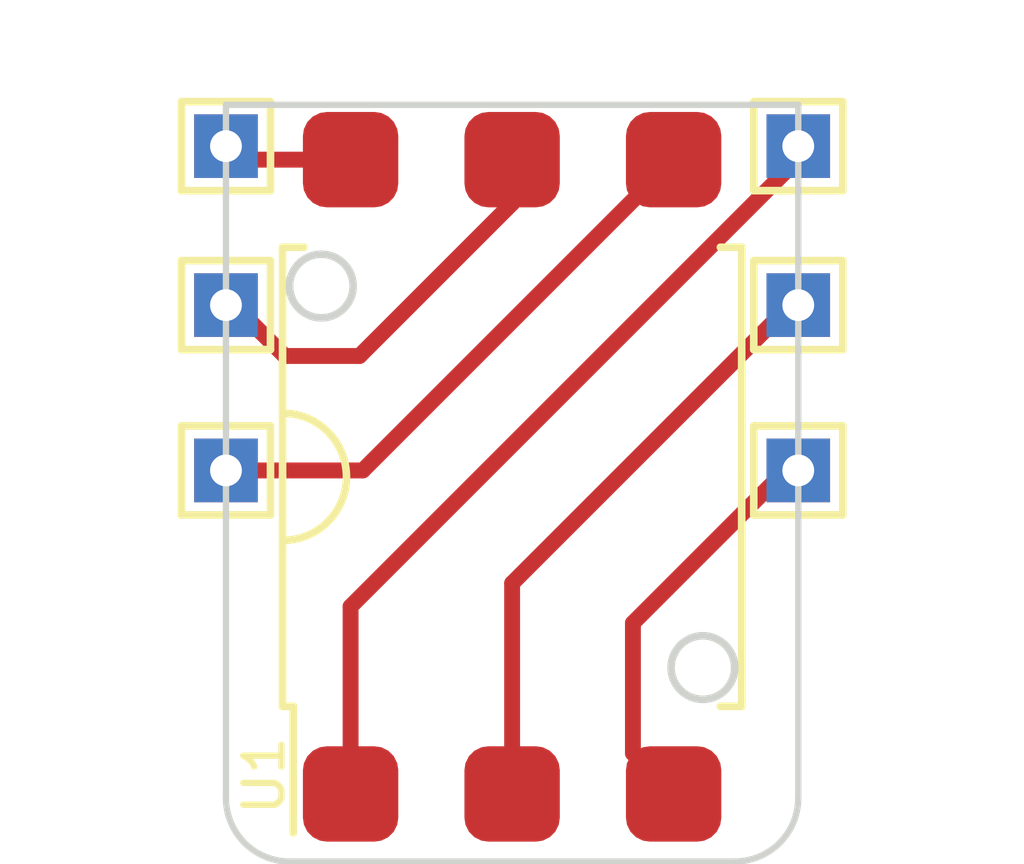
<source format=kicad_pcb>
(kicad_pcb (version 20211014) (generator pcbnew)
  (layers (0 "F.Cu" signal) (31 "B.Cu" signal) (34 "B.Paste" user) (35 "F.Paste" user) (36 "B.SilkS" user "B.Silkscreen") (37 "F.SilkS" user "F.Silkscreen") (38 "B.Mask" user) (39 "F.Mask" user) (44 "Edge.Cuts" user))
  (net 0 "")
  (net 1 "Net-(TP2-Pad1)")
  (net 2 "Net-(TP3-Pad1)")
  (net 3 "Net-(TP1-Pad1)")
  (net 4 "Net-(TP4-Pad1)")
  (net 5 "Net-(TP5-Pad1)")
  (net 6 "Net-(TP6-Pad1)")
  (footprint "TestPoint:TestPoint_THTPad_1.0x1.0mm_Drill0.5mm" (layer "F.Cu") (at 128.5 74.7)
    (fp_text reference "TP3" hide)
    (fp_text value "TestPoint")
    (fp_line (start 0.7 0.7) (end -0.7 0.7) (layer "F.SilkS") (width 0.12))
    (fp_line (start 0.7 -0.7) (end 0.7 0.7) (layer "F.SilkS") (width 0.12))
    (fp_line (start -0.7 -0.7) (end 0.7 -0.7) (layer "F.SilkS") (width 0.12))
    (fp_line (start -0.7 0.7) (end -0.7 -0.7) (layer "F.SilkS") (width 0.12))
    (pad "1" thru_hole rect (at 0 0) (size 1 1) (drill 0.5) (layers *.Cu *.Mask) (net 2 "Net-(TP3-Pad1)"))
  )
  (footprint "TestPoint:TestPoint_THTPad_1.0x1.0mm_Drill0.5mm" (layer "F.Cu") (at 119.5 74.7)
    (fp_text reference "TP5" hide)
    (fp_text value "TestPoint")
    (fp_line (start -0.7 0.7) (end -0.7 -0.7) (layer "F.SilkS") (width 0.12))
    (fp_line (start -0.7 -0.7) (end 0.7 -0.7) (layer "F.SilkS") (width 0.12))
    (fp_line (start 0.7 0.7) (end -0.7 0.7) (layer "F.SilkS") (width 0.12))
    (fp_line (start 0.7 -0.7) (end 0.7 0.7) (layer "F.SilkS") (width 0.12))
    (pad "1" thru_hole rect (at 0 0) (size 1 1) (drill 0.5) (layers *.Cu *.Mask) (net 5 "Net-(TP5-Pad1)"))
  )
  (footprint "TestPoint:TestPoint_THTPad_1.0x1.0mm_Drill0.5mm" (layer "F.Cu") (at 128.5 72.2)
    (fp_text reference "TP1" hide)
    (fp_text value "TestPoint")
    (fp_line (start 0.7 0.7) (end -0.7 0.7) (layer "F.SilkS") (width 0.12))
    (fp_line (start 0.7 -0.7) (end 0.7 0.7) (layer "F.SilkS") (width 0.12))
    (fp_line (start -0.7 0.7) (end -0.7 -0.7) (layer "F.SilkS") (width 0.12))
    (fp_line (start -0.7 -0.7) (end 0.7 -0.7) (layer "F.SilkS") (width 0.12))
    (pad "1" thru_hole rect (at 0 0) (size 1 1) (drill 0.5) (layers *.Cu *.Mask) (net 3 "Net-(TP1-Pad1)"))
  )
  (footprint "TestPoint:TestPoint_THTPad_1.0x1.0mm_Drill0.5mm" (layer "F.Cu") (at 119.5 72.2)
    (fp_text reference "TP4" hide)
    (fp_text value "TestPoint")
    (fp_line (start -0.7 0.7) (end -0.7 -0.7) (layer "F.SilkS") (width 0.12))
    (fp_line (start 0.7 -0.7) (end 0.7 0.7) (layer "F.SilkS") (width 0.12))
    (fp_line (start -0.7 -0.7) (end 0.7 -0.7) (layer "F.SilkS") (width 0.12))
    (fp_line (start 0.7 0.7) (end -0.7 0.7) (layer "F.SilkS") (width 0.12))
    (pad "1" thru_hole rect (at 0 0) (size 1 1) (drill 0.5) (layers *.Cu *.Mask) (net 4 "Net-(TP4-Pad1)"))
  )
  (footprint "index:SO-6_7x7mm_P2.54mm" (layer "F.Cu") (at 124 77.4 90)
    (fp_text reference "U1" (at -4.7 -3.9 90) (layer "F.SilkS") (effects (font (size 0.6 0.6) (thickness 0.1))))
    (fp_text value "XGZP")
    (fp_line (start 0 -3.61) (end -3.61 -3.61) (layer "F.SilkS") (width 0.12))
    (fp_line (start -3.61 -3.61) (end -3.61 -3.4425) (layer "F.SilkS") (width 0.12))
    (fp_line (start 3.61 3.61) (end 3.61 3.275) (layer "F.SilkS") (width 0.12))
    (fp_line (start 3.61 -3.61) (end 3.61 -3.275) (layer "F.SilkS") (width 0.12))
    (fp_line (start -3.61 -3.4425) (end -5.6 -3.4425) (layer "F.SilkS") (width 0.12))
    (fp_line (start -3.61 3.61) (end -3.61 3.275) (layer "F.SilkS") (width 0.12))
    (fp_line (start 0 3.61) (end 3.61 3.61) (layer "F.SilkS") (width 0.12))
    (fp_line (start 0 3.61) (end -3.61 3.61) (layer "F.SilkS") (width 0.12))
    (fp_line (start 0 -3.61) (end 3.61 -3.61) (layer "F.SilkS") (width 0.12))
    (fp_arc (start 1 -3.61) (mid 0.005 -2.610014) (end -0.99995 -3.6) (layer "F.SilkS") (width 0.12))
    (fp_circle (center 3 -3) (end 3.5 -3) (layer "Edge.Cuts") (width 0.12) (fill none))
    (fp_circle (center -3 3) (end -2.5 3) (layer "Edge.Cuts") (width 0.12) (fill none))
    (pad "1" smd roundrect (at 4.9875 -2.54 90) (size 1.5 1.5) (layers "F.Cu" "F.Paste" "F.Mask") (net 4 "Net-(TP4-Pad1)"))
    (pad "2" smd roundrect (at 4.9875 0 90) (size 1.5 1.5) (layers "F.Cu" "F.Paste" "F.Mask") (net 5 "Net-(TP5-Pad1)"))
    (pad "3" smd roundrect (at 4.9875 2.54 90) (size 1.5 1.5) (layers "F.Cu" "F.Paste" "F.Mask") (net 6 "Net-(TP6-Pad1)"))
    (pad "4" smd roundrect (at -4.9875 2.54 90) (size 1.5 1.5) (layers "F.Cu" "F.Paste" "F.Mask") (net 1 "Net-(TP2-Pad1)"))
    (pad "5" smd roundrect (at -4.9875 0 90) (size 1.5 1.5) (layers "F.Cu" "F.Paste" "F.Mask") (net 2 "Net-(TP3-Pad1)"))
    (pad "6" smd roundrect (at -4.9875 -2.54 90) (size 1.5 1.5) (layers "F.Cu" "F.Paste" "F.Mask") (net 3 "Net-(TP1-Pad1)"))
  )
  (footprint "TestPoint:TestPoint_THTPad_1.0x1.0mm_Drill0.5mm" (layer "F.Cu") (at 119.5 77.3)
    (fp_text reference "TP6" hide)
    (fp_text value "TestPoint")
    (fp_line (start 0.7 -0.7) (end 0.7 0.7) (layer "F.SilkS") (width 0.12))
    (fp_line (start -0.7 0.7) (end -0.7 -0.7) (layer "F.SilkS") (width 0.12))
    (fp_line (start -0.7 -0.7) (end 0.7 -0.7) (layer "F.SilkS") (width 0.12))
    (fp_line (start 0.7 0.7) (end -0.7 0.7) (layer "F.SilkS") (width 0.12))
    (pad "1" thru_hole rect (at 0 0) (size 1 1) (drill 0.5) (layers *.Cu *.Mask) (net 6 "Net-(TP6-Pad1)"))
  )
  (footprint "TestPoint:TestPoint_THTPad_1.0x1.0mm_Drill0.5mm" (layer "F.Cu") (at 128.5 77.3)
    (fp_text reference "TP2" hide)
    (fp_text value "TestPoint")
    (fp_line (start -0.7 0.7) (end -0.7 -0.7) (layer "F.SilkS") (width 0.12))
    (fp_line (start -0.7 -0.7) (end 0.7 -0.7) (layer "F.SilkS") (width 0.12))
    (fp_line (start 0.7 0.7) (end -0.7 0.7) (layer "F.SilkS") (width 0.12))
    (fp_line (start 0.7 -0.7) (end 0.7 0.7) (layer "F.SilkS") (width 0.12))
    (pad "1" thru_hole rect (at 0 0) (size 1 1) (drill 0.5) (layers *.Cu *.Mask) (net 1 "Net-(TP2-Pad1)"))
  )
  (gr_line (start 119.5 71.55) (end 119.5 82.45) (layer "Edge.Cuts") (width 0.1))
  (gr_line (start 128.5 71.55) (end 119.5 71.55) (layer "Edge.Cuts") (width 0.1))
  (gr_line (start 120.5 83.45) (end 127.5 83.45) (layer "Edge.Cuts") (width 0.1))
  (gr_line (start 128.5 82.45) (end 128.5 71.55) (layer "Edge.Cuts") (width 0.1))
  (gr_arc (start 128.5 82.45) (mid 128.207107 83.157107) (end 127.5 83.45) (layer "Edge.Cuts") (width 0.1))
  (gr_arc (start 120.5 83.45) (mid 119.792893 83.157107) (end 119.5 82.45) (layer "Edge.Cuts") (width 0.1))
  (segment (start 125.9 79.7) (end 128.3 77.3) (width 0.25) (layer "F.Cu") (net 1))
  (segment (start 125.9 81.7475) (end 125.9 79.7) (width 0.25) (layer "F.Cu") (net 1))
  (segment (start 128.3 77.3) (end 128.37498 77.3) (width 0.25) (layer "F.Cu") (net 1))
  (segment (start 126.54 82.3875) (end 125.9 81.7475) (width 0.25) (layer "F.Cu") (net 1))
  (segment (start 124 79.07498) (end 128.37498 74.7) (width 0.25) (layer "F.Cu") (net 2))
  (segment (start 124 82.3875) (end 124 79.07498) (width 0.25) (layer "F.Cu") (net 2))
  (segment (start 128.37498 72.52502) (end 128.37498 72.2) (width 0.25) (layer "F.Cu") (net 3))
  (segment (start 121.46 79.44) (end 128.37498 72.52502) (width 0.25) (layer "F.Cu") (net 3))
  (segment (start 121.46 82.3875) (end 121.46 79.44) (width 0.25) (layer "F.Cu") (net 3))
  (segment (start 119.62502 72.32502) (end 119.62502 72.2) (width 0.25) (layer "F.Cu") (net 4))
  (segment (start 119.7125 72.4125) (end 119.62502 72.32502) (width 0.25) (layer "F.Cu") (net 4))
  (segment (start 121.46 72.4125) (end 119.7125 72.4125) (width 0.25) (layer "F.Cu") (net 4))
  (segment (start 121.6 75.5) (end 120.42502 75.5) (width 0.25) (layer "F.Cu") (net 5))
  (segment (start 120.42502 75.5) (end 119.62502 74.7) (width 0.25) (layer "F.Cu") (net 5))
  (segment (start 124 73.1) (end 121.6 75.5) (width 0.25) (layer "F.Cu") (net 5))
  (segment (start 124 72.4125) (end 124 73.1) (width 0.25) (layer "F.Cu") (net 5))
  (segment (start 126.54 72.4125) (end 121.6525 77.3) (width 0.25) (layer "F.Cu") (net 6))
  (segment (start 121.6525 77.3) (end 119.62502 77.3) (width 0.25) (layer "F.Cu") (net 6))
)
</source>
